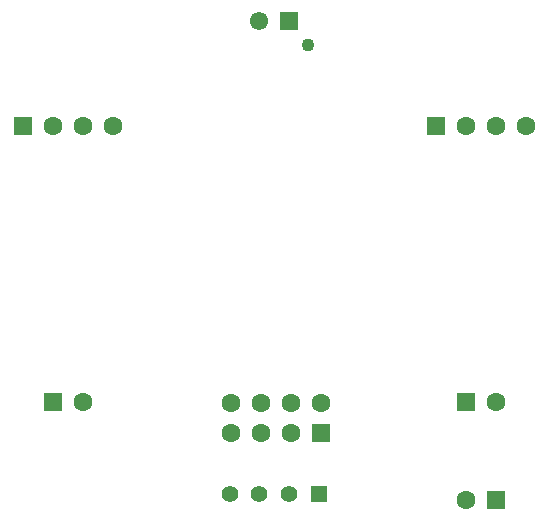
<source format=gbs>
G04*
G04 #@! TF.GenerationSoftware,Altium Limited,Altium Designer,22.0.2 (36)*
G04*
G04 Layer_Color=16711935*
%FSLAX25Y25*%
%MOIN*%
G70*
G04*
G04 #@! TF.SameCoordinates,8FA63C8F-8BB1-4B71-A7B0-7D8B7C950947*
G04*
G04*
G04 #@! TF.FilePolarity,Negative*
G04*
G01*
G75*
%ADD14C,0.06306*%
%ADD15R,0.06306X0.06306*%
%ADD16R,0.05512X0.05512*%
%ADD17C,0.05512*%
%ADD18C,0.04331*%
%ADD19C,0.06102*%
%ADD20R,0.06102X0.06102*%
D14*
X83898Y46000D02*
D03*
X73898D02*
D03*
X63898D02*
D03*
X-53898D02*
D03*
X-63898D02*
D03*
X-73898D02*
D03*
X-14500Y-46500D02*
D03*
X-14500Y-56500D02*
D03*
X-4500Y-46500D02*
D03*
Y-56500D02*
D03*
X5500Y-46500D02*
D03*
Y-56500D02*
D03*
X15500Y-46500D02*
D03*
X63898Y-78740D02*
D03*
X73898Y-46000D02*
D03*
X-63898D02*
D03*
D15*
X53898Y46000D02*
D03*
X-83898D02*
D03*
X15500Y-56500D02*
D03*
X73898Y-78740D02*
D03*
X63898Y-46000D02*
D03*
X-73898D02*
D03*
D16*
X14764Y-76673D02*
D03*
D17*
X4921D02*
D03*
X-4921D02*
D03*
X-14764D02*
D03*
D18*
X11220Y72933D02*
D03*
D19*
X-4921Y80807D02*
D03*
D20*
X4921D02*
D03*
M02*

</source>
